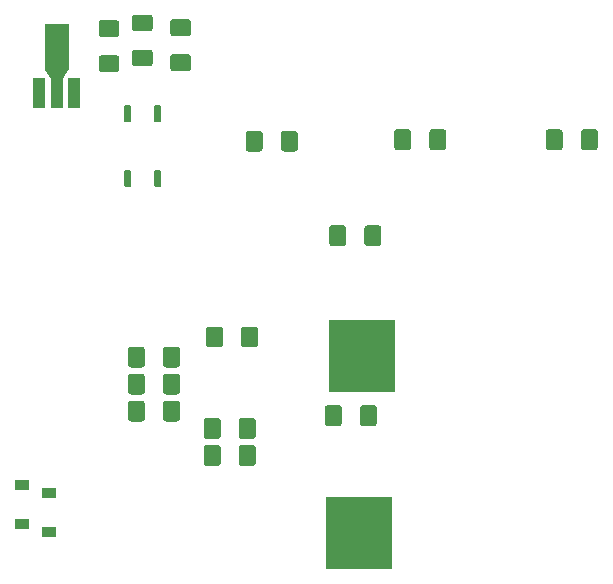
<source format=gbr>
G04 #@! TF.GenerationSoftware,KiCad,Pcbnew,(5.1.2)-2*
G04 #@! TF.CreationDate,2020-09-10T18:09:44+02:00*
G04 #@! TF.ProjectId,enclosure_helper,656e636c-6f73-4757-9265-5f68656c7065,rev?*
G04 #@! TF.SameCoordinates,Original*
G04 #@! TF.FileFunction,Paste,Bot*
G04 #@! TF.FilePolarity,Positive*
%FSLAX46Y46*%
G04 Gerber Fmt 4.6, Leading zero omitted, Abs format (unit mm)*
G04 Created by KiCad (PCBNEW (5.1.2)-2) date 2020-09-10 18:09:44*
%MOMM*%
%LPD*%
G04 APERTURE LIST*
%ADD10C,0.750000*%
%ADD11C,0.100000*%
%ADD12R,2.000000X4.000000*%
%ADD13R,1.000000X2.500000*%
%ADD14C,0.550000*%
%ADD15C,1.425000*%
%ADD16R,1.200000X0.900000*%
%ADD17R,5.700000X6.200000*%
G04 APERTURE END LIST*
D10*
X137883900Y-74917800D03*
D11*
G36*
X137383900Y-75292800D02*
G01*
X136883900Y-74542800D01*
X138883900Y-74542800D01*
X138383900Y-75292800D01*
X137383900Y-75292800D01*
X137383900Y-75292800D01*
G37*
D12*
X137883900Y-72567800D03*
D13*
X136383900Y-76527800D03*
X137883900Y-76527800D03*
X139383900Y-76527800D03*
D11*
G36*
X146581977Y-77526262D02*
G01*
X146595325Y-77528242D01*
X146608414Y-77531521D01*
X146621119Y-77536067D01*
X146633317Y-77541836D01*
X146644891Y-77548773D01*
X146655729Y-77556811D01*
X146665727Y-77565873D01*
X146674789Y-77575871D01*
X146682827Y-77586709D01*
X146689764Y-77598283D01*
X146695533Y-77610481D01*
X146700079Y-77623186D01*
X146703358Y-77636275D01*
X146705338Y-77649623D01*
X146706000Y-77663100D01*
X146706000Y-78838100D01*
X146705338Y-78851577D01*
X146703358Y-78864925D01*
X146700079Y-78878014D01*
X146695533Y-78890719D01*
X146689764Y-78902917D01*
X146682827Y-78914491D01*
X146674789Y-78925329D01*
X146665727Y-78935327D01*
X146655729Y-78944389D01*
X146644891Y-78952427D01*
X146633317Y-78959364D01*
X146621119Y-78965133D01*
X146608414Y-78969679D01*
X146595325Y-78972958D01*
X146581977Y-78974938D01*
X146568500Y-78975600D01*
X146293500Y-78975600D01*
X146280023Y-78974938D01*
X146266675Y-78972958D01*
X146253586Y-78969679D01*
X146240881Y-78965133D01*
X146228683Y-78959364D01*
X146217109Y-78952427D01*
X146206271Y-78944389D01*
X146196273Y-78935327D01*
X146187211Y-78925329D01*
X146179173Y-78914491D01*
X146172236Y-78902917D01*
X146166467Y-78890719D01*
X146161921Y-78878014D01*
X146158642Y-78864925D01*
X146156662Y-78851577D01*
X146156000Y-78838100D01*
X146156000Y-77663100D01*
X146156662Y-77649623D01*
X146158642Y-77636275D01*
X146161921Y-77623186D01*
X146166467Y-77610481D01*
X146172236Y-77598283D01*
X146179173Y-77586709D01*
X146187211Y-77575871D01*
X146196273Y-77565873D01*
X146206271Y-77556811D01*
X146217109Y-77548773D01*
X146228683Y-77541836D01*
X146240881Y-77536067D01*
X146253586Y-77531521D01*
X146266675Y-77528242D01*
X146280023Y-77526262D01*
X146293500Y-77525600D01*
X146568500Y-77525600D01*
X146581977Y-77526262D01*
X146581977Y-77526262D01*
G37*
D14*
X146431000Y-78250600D03*
D11*
G36*
X144041977Y-77526262D02*
G01*
X144055325Y-77528242D01*
X144068414Y-77531521D01*
X144081119Y-77536067D01*
X144093317Y-77541836D01*
X144104891Y-77548773D01*
X144115729Y-77556811D01*
X144125727Y-77565873D01*
X144134789Y-77575871D01*
X144142827Y-77586709D01*
X144149764Y-77598283D01*
X144155533Y-77610481D01*
X144160079Y-77623186D01*
X144163358Y-77636275D01*
X144165338Y-77649623D01*
X144166000Y-77663100D01*
X144166000Y-78838100D01*
X144165338Y-78851577D01*
X144163358Y-78864925D01*
X144160079Y-78878014D01*
X144155533Y-78890719D01*
X144149764Y-78902917D01*
X144142827Y-78914491D01*
X144134789Y-78925329D01*
X144125727Y-78935327D01*
X144115729Y-78944389D01*
X144104891Y-78952427D01*
X144093317Y-78959364D01*
X144081119Y-78965133D01*
X144068414Y-78969679D01*
X144055325Y-78972958D01*
X144041977Y-78974938D01*
X144028500Y-78975600D01*
X143753500Y-78975600D01*
X143740023Y-78974938D01*
X143726675Y-78972958D01*
X143713586Y-78969679D01*
X143700881Y-78965133D01*
X143688683Y-78959364D01*
X143677109Y-78952427D01*
X143666271Y-78944389D01*
X143656273Y-78935327D01*
X143647211Y-78925329D01*
X143639173Y-78914491D01*
X143632236Y-78902917D01*
X143626467Y-78890719D01*
X143621921Y-78878014D01*
X143618642Y-78864925D01*
X143616662Y-78851577D01*
X143616000Y-78838100D01*
X143616000Y-77663100D01*
X143616662Y-77649623D01*
X143618642Y-77636275D01*
X143621921Y-77623186D01*
X143626467Y-77610481D01*
X143632236Y-77598283D01*
X143639173Y-77586709D01*
X143647211Y-77575871D01*
X143656273Y-77565873D01*
X143666271Y-77556811D01*
X143677109Y-77548773D01*
X143688683Y-77541836D01*
X143700881Y-77536067D01*
X143713586Y-77531521D01*
X143726675Y-77528242D01*
X143740023Y-77526262D01*
X143753500Y-77525600D01*
X144028500Y-77525600D01*
X144041977Y-77526262D01*
X144041977Y-77526262D01*
G37*
D14*
X143891000Y-78250600D03*
D11*
G36*
X144041977Y-83026262D02*
G01*
X144055325Y-83028242D01*
X144068414Y-83031521D01*
X144081119Y-83036067D01*
X144093317Y-83041836D01*
X144104891Y-83048773D01*
X144115729Y-83056811D01*
X144125727Y-83065873D01*
X144134789Y-83075871D01*
X144142827Y-83086709D01*
X144149764Y-83098283D01*
X144155533Y-83110481D01*
X144160079Y-83123186D01*
X144163358Y-83136275D01*
X144165338Y-83149623D01*
X144166000Y-83163100D01*
X144166000Y-84338100D01*
X144165338Y-84351577D01*
X144163358Y-84364925D01*
X144160079Y-84378014D01*
X144155533Y-84390719D01*
X144149764Y-84402917D01*
X144142827Y-84414491D01*
X144134789Y-84425329D01*
X144125727Y-84435327D01*
X144115729Y-84444389D01*
X144104891Y-84452427D01*
X144093317Y-84459364D01*
X144081119Y-84465133D01*
X144068414Y-84469679D01*
X144055325Y-84472958D01*
X144041977Y-84474938D01*
X144028500Y-84475600D01*
X143753500Y-84475600D01*
X143740023Y-84474938D01*
X143726675Y-84472958D01*
X143713586Y-84469679D01*
X143700881Y-84465133D01*
X143688683Y-84459364D01*
X143677109Y-84452427D01*
X143666271Y-84444389D01*
X143656273Y-84435327D01*
X143647211Y-84425329D01*
X143639173Y-84414491D01*
X143632236Y-84402917D01*
X143626467Y-84390719D01*
X143621921Y-84378014D01*
X143618642Y-84364925D01*
X143616662Y-84351577D01*
X143616000Y-84338100D01*
X143616000Y-83163100D01*
X143616662Y-83149623D01*
X143618642Y-83136275D01*
X143621921Y-83123186D01*
X143626467Y-83110481D01*
X143632236Y-83098283D01*
X143639173Y-83086709D01*
X143647211Y-83075871D01*
X143656273Y-83065873D01*
X143666271Y-83056811D01*
X143677109Y-83048773D01*
X143688683Y-83041836D01*
X143700881Y-83036067D01*
X143713586Y-83031521D01*
X143726675Y-83028242D01*
X143740023Y-83026262D01*
X143753500Y-83025600D01*
X144028500Y-83025600D01*
X144041977Y-83026262D01*
X144041977Y-83026262D01*
G37*
D14*
X143891000Y-83750600D03*
D11*
G36*
X146581977Y-83026262D02*
G01*
X146595325Y-83028242D01*
X146608414Y-83031521D01*
X146621119Y-83036067D01*
X146633317Y-83041836D01*
X146644891Y-83048773D01*
X146655729Y-83056811D01*
X146665727Y-83065873D01*
X146674789Y-83075871D01*
X146682827Y-83086709D01*
X146689764Y-83098283D01*
X146695533Y-83110481D01*
X146700079Y-83123186D01*
X146703358Y-83136275D01*
X146705338Y-83149623D01*
X146706000Y-83163100D01*
X146706000Y-84338100D01*
X146705338Y-84351577D01*
X146703358Y-84364925D01*
X146700079Y-84378014D01*
X146695533Y-84390719D01*
X146689764Y-84402917D01*
X146682827Y-84414491D01*
X146674789Y-84425329D01*
X146665727Y-84435327D01*
X146655729Y-84444389D01*
X146644891Y-84452427D01*
X146633317Y-84459364D01*
X146621119Y-84465133D01*
X146608414Y-84469679D01*
X146595325Y-84472958D01*
X146581977Y-84474938D01*
X146568500Y-84475600D01*
X146293500Y-84475600D01*
X146280023Y-84474938D01*
X146266675Y-84472958D01*
X146253586Y-84469679D01*
X146240881Y-84465133D01*
X146228683Y-84459364D01*
X146217109Y-84452427D01*
X146206271Y-84444389D01*
X146196273Y-84435327D01*
X146187211Y-84425329D01*
X146179173Y-84414491D01*
X146172236Y-84402917D01*
X146166467Y-84390719D01*
X146161921Y-84378014D01*
X146158642Y-84364925D01*
X146156662Y-84351577D01*
X146156000Y-84338100D01*
X146156000Y-83163100D01*
X146156662Y-83149623D01*
X146158642Y-83136275D01*
X146161921Y-83123186D01*
X146166467Y-83110481D01*
X146172236Y-83098283D01*
X146179173Y-83086709D01*
X146187211Y-83075871D01*
X146196273Y-83065873D01*
X146206271Y-83056811D01*
X146217109Y-83048773D01*
X146228683Y-83041836D01*
X146240881Y-83036067D01*
X146253586Y-83031521D01*
X146266675Y-83028242D01*
X146280023Y-83026262D01*
X146293500Y-83025600D01*
X146568500Y-83025600D01*
X146581977Y-83026262D01*
X146581977Y-83026262D01*
G37*
D14*
X146431000Y-83750600D03*
D11*
G36*
X142965704Y-73307504D02*
G01*
X142989973Y-73311104D01*
X143013771Y-73317065D01*
X143036871Y-73325330D01*
X143059049Y-73335820D01*
X143080093Y-73348433D01*
X143099798Y-73363047D01*
X143117977Y-73379523D01*
X143134453Y-73397702D01*
X143149067Y-73417407D01*
X143161680Y-73438451D01*
X143172170Y-73460629D01*
X143180435Y-73483729D01*
X143186396Y-73507527D01*
X143189996Y-73531796D01*
X143191200Y-73556300D01*
X143191200Y-74481300D01*
X143189996Y-74505804D01*
X143186396Y-74530073D01*
X143180435Y-74553871D01*
X143172170Y-74576971D01*
X143161680Y-74599149D01*
X143149067Y-74620193D01*
X143134453Y-74639898D01*
X143117977Y-74658077D01*
X143099798Y-74674553D01*
X143080093Y-74689167D01*
X143059049Y-74701780D01*
X143036871Y-74712270D01*
X143013771Y-74720535D01*
X142989973Y-74726496D01*
X142965704Y-74730096D01*
X142941200Y-74731300D01*
X141691200Y-74731300D01*
X141666696Y-74730096D01*
X141642427Y-74726496D01*
X141618629Y-74720535D01*
X141595529Y-74712270D01*
X141573351Y-74701780D01*
X141552307Y-74689167D01*
X141532602Y-74674553D01*
X141514423Y-74658077D01*
X141497947Y-74639898D01*
X141483333Y-74620193D01*
X141470720Y-74599149D01*
X141460230Y-74576971D01*
X141451965Y-74553871D01*
X141446004Y-74530073D01*
X141442404Y-74505804D01*
X141441200Y-74481300D01*
X141441200Y-73556300D01*
X141442404Y-73531796D01*
X141446004Y-73507527D01*
X141451965Y-73483729D01*
X141460230Y-73460629D01*
X141470720Y-73438451D01*
X141483333Y-73417407D01*
X141497947Y-73397702D01*
X141514423Y-73379523D01*
X141532602Y-73363047D01*
X141552307Y-73348433D01*
X141573351Y-73335820D01*
X141595529Y-73325330D01*
X141618629Y-73317065D01*
X141642427Y-73311104D01*
X141666696Y-73307504D01*
X141691200Y-73306300D01*
X142941200Y-73306300D01*
X142965704Y-73307504D01*
X142965704Y-73307504D01*
G37*
D15*
X142316200Y-74018800D03*
D11*
G36*
X142965704Y-70332504D02*
G01*
X142989973Y-70336104D01*
X143013771Y-70342065D01*
X143036871Y-70350330D01*
X143059049Y-70360820D01*
X143080093Y-70373433D01*
X143099798Y-70388047D01*
X143117977Y-70404523D01*
X143134453Y-70422702D01*
X143149067Y-70442407D01*
X143161680Y-70463451D01*
X143172170Y-70485629D01*
X143180435Y-70508729D01*
X143186396Y-70532527D01*
X143189996Y-70556796D01*
X143191200Y-70581300D01*
X143191200Y-71506300D01*
X143189996Y-71530804D01*
X143186396Y-71555073D01*
X143180435Y-71578871D01*
X143172170Y-71601971D01*
X143161680Y-71624149D01*
X143149067Y-71645193D01*
X143134453Y-71664898D01*
X143117977Y-71683077D01*
X143099798Y-71699553D01*
X143080093Y-71714167D01*
X143059049Y-71726780D01*
X143036871Y-71737270D01*
X143013771Y-71745535D01*
X142989973Y-71751496D01*
X142965704Y-71755096D01*
X142941200Y-71756300D01*
X141691200Y-71756300D01*
X141666696Y-71755096D01*
X141642427Y-71751496D01*
X141618629Y-71745535D01*
X141595529Y-71737270D01*
X141573351Y-71726780D01*
X141552307Y-71714167D01*
X141532602Y-71699553D01*
X141514423Y-71683077D01*
X141497947Y-71664898D01*
X141483333Y-71645193D01*
X141470720Y-71624149D01*
X141460230Y-71601971D01*
X141451965Y-71578871D01*
X141446004Y-71555073D01*
X141442404Y-71530804D01*
X141441200Y-71506300D01*
X141441200Y-70581300D01*
X141442404Y-70556796D01*
X141446004Y-70532527D01*
X141451965Y-70508729D01*
X141460230Y-70485629D01*
X141470720Y-70463451D01*
X141483333Y-70442407D01*
X141497947Y-70422702D01*
X141514423Y-70404523D01*
X141532602Y-70388047D01*
X141552307Y-70373433D01*
X141573351Y-70360820D01*
X141595529Y-70350330D01*
X141618629Y-70342065D01*
X141642427Y-70336104D01*
X141666696Y-70332504D01*
X141691200Y-70331300D01*
X142941200Y-70331300D01*
X142965704Y-70332504D01*
X142965704Y-70332504D01*
G37*
D15*
X142316200Y-71043800D03*
D11*
G36*
X145785104Y-69846704D02*
G01*
X145809373Y-69850304D01*
X145833171Y-69856265D01*
X145856271Y-69864530D01*
X145878449Y-69875020D01*
X145899493Y-69887633D01*
X145919198Y-69902247D01*
X145937377Y-69918723D01*
X145953853Y-69936902D01*
X145968467Y-69956607D01*
X145981080Y-69977651D01*
X145991570Y-69999829D01*
X145999835Y-70022929D01*
X146005796Y-70046727D01*
X146009396Y-70070996D01*
X146010600Y-70095500D01*
X146010600Y-71020500D01*
X146009396Y-71045004D01*
X146005796Y-71069273D01*
X145999835Y-71093071D01*
X145991570Y-71116171D01*
X145981080Y-71138349D01*
X145968467Y-71159393D01*
X145953853Y-71179098D01*
X145937377Y-71197277D01*
X145919198Y-71213753D01*
X145899493Y-71228367D01*
X145878449Y-71240980D01*
X145856271Y-71251470D01*
X145833171Y-71259735D01*
X145809373Y-71265696D01*
X145785104Y-71269296D01*
X145760600Y-71270500D01*
X144510600Y-71270500D01*
X144486096Y-71269296D01*
X144461827Y-71265696D01*
X144438029Y-71259735D01*
X144414929Y-71251470D01*
X144392751Y-71240980D01*
X144371707Y-71228367D01*
X144352002Y-71213753D01*
X144333823Y-71197277D01*
X144317347Y-71179098D01*
X144302733Y-71159393D01*
X144290120Y-71138349D01*
X144279630Y-71116171D01*
X144271365Y-71093071D01*
X144265404Y-71069273D01*
X144261804Y-71045004D01*
X144260600Y-71020500D01*
X144260600Y-70095500D01*
X144261804Y-70070996D01*
X144265404Y-70046727D01*
X144271365Y-70022929D01*
X144279630Y-69999829D01*
X144290120Y-69977651D01*
X144302733Y-69956607D01*
X144317347Y-69936902D01*
X144333823Y-69918723D01*
X144352002Y-69902247D01*
X144371707Y-69887633D01*
X144392751Y-69875020D01*
X144414929Y-69864530D01*
X144438029Y-69856265D01*
X144461827Y-69850304D01*
X144486096Y-69846704D01*
X144510600Y-69845500D01*
X145760600Y-69845500D01*
X145785104Y-69846704D01*
X145785104Y-69846704D01*
G37*
D15*
X145135600Y-70558000D03*
D11*
G36*
X145785104Y-72821704D02*
G01*
X145809373Y-72825304D01*
X145833171Y-72831265D01*
X145856271Y-72839530D01*
X145878449Y-72850020D01*
X145899493Y-72862633D01*
X145919198Y-72877247D01*
X145937377Y-72893723D01*
X145953853Y-72911902D01*
X145968467Y-72931607D01*
X145981080Y-72952651D01*
X145991570Y-72974829D01*
X145999835Y-72997929D01*
X146005796Y-73021727D01*
X146009396Y-73045996D01*
X146010600Y-73070500D01*
X146010600Y-73995500D01*
X146009396Y-74020004D01*
X146005796Y-74044273D01*
X145999835Y-74068071D01*
X145991570Y-74091171D01*
X145981080Y-74113349D01*
X145968467Y-74134393D01*
X145953853Y-74154098D01*
X145937377Y-74172277D01*
X145919198Y-74188753D01*
X145899493Y-74203367D01*
X145878449Y-74215980D01*
X145856271Y-74226470D01*
X145833171Y-74234735D01*
X145809373Y-74240696D01*
X145785104Y-74244296D01*
X145760600Y-74245500D01*
X144510600Y-74245500D01*
X144486096Y-74244296D01*
X144461827Y-74240696D01*
X144438029Y-74234735D01*
X144414929Y-74226470D01*
X144392751Y-74215980D01*
X144371707Y-74203367D01*
X144352002Y-74188753D01*
X144333823Y-74172277D01*
X144317347Y-74154098D01*
X144302733Y-74134393D01*
X144290120Y-74113349D01*
X144279630Y-74091171D01*
X144271365Y-74068071D01*
X144265404Y-74044273D01*
X144261804Y-74020004D01*
X144260600Y-73995500D01*
X144260600Y-73070500D01*
X144261804Y-73045996D01*
X144265404Y-73021727D01*
X144271365Y-72997929D01*
X144279630Y-72974829D01*
X144290120Y-72952651D01*
X144302733Y-72931607D01*
X144317347Y-72911902D01*
X144333823Y-72893723D01*
X144352002Y-72877247D01*
X144371707Y-72862633D01*
X144392751Y-72850020D01*
X144414929Y-72839530D01*
X144438029Y-72831265D01*
X144461827Y-72825304D01*
X144486096Y-72821704D01*
X144510600Y-72820500D01*
X145760600Y-72820500D01*
X145785104Y-72821704D01*
X145785104Y-72821704D01*
G37*
D15*
X145135600Y-73533000D03*
D16*
X137248900Y-113690400D03*
X137248900Y-110390400D03*
X134924800Y-112966500D03*
X134924800Y-109666500D03*
D17*
X163715700Y-98729800D03*
X163465700Y-113783133D03*
D11*
G36*
X151729704Y-96268504D02*
G01*
X151753973Y-96272104D01*
X151777771Y-96278065D01*
X151800871Y-96286330D01*
X151823049Y-96296820D01*
X151844093Y-96309433D01*
X151863798Y-96324047D01*
X151881977Y-96340523D01*
X151898453Y-96358702D01*
X151913067Y-96378407D01*
X151925680Y-96399451D01*
X151936170Y-96421629D01*
X151944435Y-96444729D01*
X151950396Y-96468527D01*
X151953996Y-96492796D01*
X151955200Y-96517300D01*
X151955200Y-97767300D01*
X151953996Y-97791804D01*
X151950396Y-97816073D01*
X151944435Y-97839871D01*
X151936170Y-97862971D01*
X151925680Y-97885149D01*
X151913067Y-97906193D01*
X151898453Y-97925898D01*
X151881977Y-97944077D01*
X151863798Y-97960553D01*
X151844093Y-97975167D01*
X151823049Y-97987780D01*
X151800871Y-97998270D01*
X151777771Y-98006535D01*
X151753973Y-98012496D01*
X151729704Y-98016096D01*
X151705200Y-98017300D01*
X150780200Y-98017300D01*
X150755696Y-98016096D01*
X150731427Y-98012496D01*
X150707629Y-98006535D01*
X150684529Y-97998270D01*
X150662351Y-97987780D01*
X150641307Y-97975167D01*
X150621602Y-97960553D01*
X150603423Y-97944077D01*
X150586947Y-97925898D01*
X150572333Y-97906193D01*
X150559720Y-97885149D01*
X150549230Y-97862971D01*
X150540965Y-97839871D01*
X150535004Y-97816073D01*
X150531404Y-97791804D01*
X150530200Y-97767300D01*
X150530200Y-96517300D01*
X150531404Y-96492796D01*
X150535004Y-96468527D01*
X150540965Y-96444729D01*
X150549230Y-96421629D01*
X150559720Y-96399451D01*
X150572333Y-96378407D01*
X150586947Y-96358702D01*
X150603423Y-96340523D01*
X150621602Y-96324047D01*
X150641307Y-96309433D01*
X150662351Y-96296820D01*
X150684529Y-96286330D01*
X150707629Y-96278065D01*
X150731427Y-96272104D01*
X150755696Y-96268504D01*
X150780200Y-96267300D01*
X151705200Y-96267300D01*
X151729704Y-96268504D01*
X151729704Y-96268504D01*
G37*
D15*
X151242700Y-97142300D03*
D11*
G36*
X154704704Y-96268504D02*
G01*
X154728973Y-96272104D01*
X154752771Y-96278065D01*
X154775871Y-96286330D01*
X154798049Y-96296820D01*
X154819093Y-96309433D01*
X154838798Y-96324047D01*
X154856977Y-96340523D01*
X154873453Y-96358702D01*
X154888067Y-96378407D01*
X154900680Y-96399451D01*
X154911170Y-96421629D01*
X154919435Y-96444729D01*
X154925396Y-96468527D01*
X154928996Y-96492796D01*
X154930200Y-96517300D01*
X154930200Y-97767300D01*
X154928996Y-97791804D01*
X154925396Y-97816073D01*
X154919435Y-97839871D01*
X154911170Y-97862971D01*
X154900680Y-97885149D01*
X154888067Y-97906193D01*
X154873453Y-97925898D01*
X154856977Y-97944077D01*
X154838798Y-97960553D01*
X154819093Y-97975167D01*
X154798049Y-97987780D01*
X154775871Y-97998270D01*
X154752771Y-98006535D01*
X154728973Y-98012496D01*
X154704704Y-98016096D01*
X154680200Y-98017300D01*
X153755200Y-98017300D01*
X153730696Y-98016096D01*
X153706427Y-98012496D01*
X153682629Y-98006535D01*
X153659529Y-97998270D01*
X153637351Y-97987780D01*
X153616307Y-97975167D01*
X153596602Y-97960553D01*
X153578423Y-97944077D01*
X153561947Y-97925898D01*
X153547333Y-97906193D01*
X153534720Y-97885149D01*
X153524230Y-97862971D01*
X153515965Y-97839871D01*
X153510004Y-97816073D01*
X153506404Y-97791804D01*
X153505200Y-97767300D01*
X153505200Y-96517300D01*
X153506404Y-96492796D01*
X153510004Y-96468527D01*
X153515965Y-96444729D01*
X153524230Y-96421629D01*
X153534720Y-96399451D01*
X153547333Y-96378407D01*
X153561947Y-96358702D01*
X153578423Y-96340523D01*
X153596602Y-96324047D01*
X153616307Y-96309433D01*
X153637351Y-96296820D01*
X153659529Y-96286330D01*
X153682629Y-96278065D01*
X153706427Y-96272104D01*
X153730696Y-96268504D01*
X153755200Y-96267300D01*
X154680200Y-96267300D01*
X154704704Y-96268504D01*
X154704704Y-96268504D01*
G37*
D15*
X154217700Y-97142300D03*
D11*
G36*
X165145704Y-87696004D02*
G01*
X165169973Y-87699604D01*
X165193771Y-87705565D01*
X165216871Y-87713830D01*
X165239049Y-87724320D01*
X165260093Y-87736933D01*
X165279798Y-87751547D01*
X165297977Y-87768023D01*
X165314453Y-87786202D01*
X165329067Y-87805907D01*
X165341680Y-87826951D01*
X165352170Y-87849129D01*
X165360435Y-87872229D01*
X165366396Y-87896027D01*
X165369996Y-87920296D01*
X165371200Y-87944800D01*
X165371200Y-89194800D01*
X165369996Y-89219304D01*
X165366396Y-89243573D01*
X165360435Y-89267371D01*
X165352170Y-89290471D01*
X165341680Y-89312649D01*
X165329067Y-89333693D01*
X165314453Y-89353398D01*
X165297977Y-89371577D01*
X165279798Y-89388053D01*
X165260093Y-89402667D01*
X165239049Y-89415280D01*
X165216871Y-89425770D01*
X165193771Y-89434035D01*
X165169973Y-89439996D01*
X165145704Y-89443596D01*
X165121200Y-89444800D01*
X164196200Y-89444800D01*
X164171696Y-89443596D01*
X164147427Y-89439996D01*
X164123629Y-89434035D01*
X164100529Y-89425770D01*
X164078351Y-89415280D01*
X164057307Y-89402667D01*
X164037602Y-89388053D01*
X164019423Y-89371577D01*
X164002947Y-89353398D01*
X163988333Y-89333693D01*
X163975720Y-89312649D01*
X163965230Y-89290471D01*
X163956965Y-89267371D01*
X163951004Y-89243573D01*
X163947404Y-89219304D01*
X163946200Y-89194800D01*
X163946200Y-87944800D01*
X163947404Y-87920296D01*
X163951004Y-87896027D01*
X163956965Y-87872229D01*
X163965230Y-87849129D01*
X163975720Y-87826951D01*
X163988333Y-87805907D01*
X164002947Y-87786202D01*
X164019423Y-87768023D01*
X164037602Y-87751547D01*
X164057307Y-87736933D01*
X164078351Y-87724320D01*
X164100529Y-87713830D01*
X164123629Y-87705565D01*
X164147427Y-87699604D01*
X164171696Y-87696004D01*
X164196200Y-87694800D01*
X165121200Y-87694800D01*
X165145704Y-87696004D01*
X165145704Y-87696004D01*
G37*
D15*
X164658700Y-88569800D03*
D11*
G36*
X162170704Y-87696004D02*
G01*
X162194973Y-87699604D01*
X162218771Y-87705565D01*
X162241871Y-87713830D01*
X162264049Y-87724320D01*
X162285093Y-87736933D01*
X162304798Y-87751547D01*
X162322977Y-87768023D01*
X162339453Y-87786202D01*
X162354067Y-87805907D01*
X162366680Y-87826951D01*
X162377170Y-87849129D01*
X162385435Y-87872229D01*
X162391396Y-87896027D01*
X162394996Y-87920296D01*
X162396200Y-87944800D01*
X162396200Y-89194800D01*
X162394996Y-89219304D01*
X162391396Y-89243573D01*
X162385435Y-89267371D01*
X162377170Y-89290471D01*
X162366680Y-89312649D01*
X162354067Y-89333693D01*
X162339453Y-89353398D01*
X162322977Y-89371577D01*
X162304798Y-89388053D01*
X162285093Y-89402667D01*
X162264049Y-89415280D01*
X162241871Y-89425770D01*
X162218771Y-89434035D01*
X162194973Y-89439996D01*
X162170704Y-89443596D01*
X162146200Y-89444800D01*
X161221200Y-89444800D01*
X161196696Y-89443596D01*
X161172427Y-89439996D01*
X161148629Y-89434035D01*
X161125529Y-89425770D01*
X161103351Y-89415280D01*
X161082307Y-89402667D01*
X161062602Y-89388053D01*
X161044423Y-89371577D01*
X161027947Y-89353398D01*
X161013333Y-89333693D01*
X161000720Y-89312649D01*
X160990230Y-89290471D01*
X160981965Y-89267371D01*
X160976004Y-89243573D01*
X160972404Y-89219304D01*
X160971200Y-89194800D01*
X160971200Y-87944800D01*
X160972404Y-87920296D01*
X160976004Y-87896027D01*
X160981965Y-87872229D01*
X160990230Y-87849129D01*
X161000720Y-87826951D01*
X161013333Y-87805907D01*
X161027947Y-87786202D01*
X161044423Y-87768023D01*
X161062602Y-87751547D01*
X161082307Y-87736933D01*
X161103351Y-87724320D01*
X161125529Y-87713830D01*
X161148629Y-87705565D01*
X161172427Y-87699604D01*
X161196696Y-87696004D01*
X161221200Y-87694800D01*
X162146200Y-87694800D01*
X162170704Y-87696004D01*
X162170704Y-87696004D01*
G37*
D15*
X161683700Y-88569800D03*
D11*
G36*
X167668204Y-79568004D02*
G01*
X167692473Y-79571604D01*
X167716271Y-79577565D01*
X167739371Y-79585830D01*
X167761549Y-79596320D01*
X167782593Y-79608933D01*
X167802298Y-79623547D01*
X167820477Y-79640023D01*
X167836953Y-79658202D01*
X167851567Y-79677907D01*
X167864180Y-79698951D01*
X167874670Y-79721129D01*
X167882935Y-79744229D01*
X167888896Y-79768027D01*
X167892496Y-79792296D01*
X167893700Y-79816800D01*
X167893700Y-81066800D01*
X167892496Y-81091304D01*
X167888896Y-81115573D01*
X167882935Y-81139371D01*
X167874670Y-81162471D01*
X167864180Y-81184649D01*
X167851567Y-81205693D01*
X167836953Y-81225398D01*
X167820477Y-81243577D01*
X167802298Y-81260053D01*
X167782593Y-81274667D01*
X167761549Y-81287280D01*
X167739371Y-81297770D01*
X167716271Y-81306035D01*
X167692473Y-81311996D01*
X167668204Y-81315596D01*
X167643700Y-81316800D01*
X166718700Y-81316800D01*
X166694196Y-81315596D01*
X166669927Y-81311996D01*
X166646129Y-81306035D01*
X166623029Y-81297770D01*
X166600851Y-81287280D01*
X166579807Y-81274667D01*
X166560102Y-81260053D01*
X166541923Y-81243577D01*
X166525447Y-81225398D01*
X166510833Y-81205693D01*
X166498220Y-81184649D01*
X166487730Y-81162471D01*
X166479465Y-81139371D01*
X166473504Y-81115573D01*
X166469904Y-81091304D01*
X166468700Y-81066800D01*
X166468700Y-79816800D01*
X166469904Y-79792296D01*
X166473504Y-79768027D01*
X166479465Y-79744229D01*
X166487730Y-79721129D01*
X166498220Y-79698951D01*
X166510833Y-79677907D01*
X166525447Y-79658202D01*
X166541923Y-79640023D01*
X166560102Y-79623547D01*
X166579807Y-79608933D01*
X166600851Y-79596320D01*
X166623029Y-79585830D01*
X166646129Y-79577565D01*
X166669927Y-79571604D01*
X166694196Y-79568004D01*
X166718700Y-79566800D01*
X167643700Y-79566800D01*
X167668204Y-79568004D01*
X167668204Y-79568004D01*
G37*
D15*
X167181200Y-80441800D03*
D11*
G36*
X170643204Y-79568004D02*
G01*
X170667473Y-79571604D01*
X170691271Y-79577565D01*
X170714371Y-79585830D01*
X170736549Y-79596320D01*
X170757593Y-79608933D01*
X170777298Y-79623547D01*
X170795477Y-79640023D01*
X170811953Y-79658202D01*
X170826567Y-79677907D01*
X170839180Y-79698951D01*
X170849670Y-79721129D01*
X170857935Y-79744229D01*
X170863896Y-79768027D01*
X170867496Y-79792296D01*
X170868700Y-79816800D01*
X170868700Y-81066800D01*
X170867496Y-81091304D01*
X170863896Y-81115573D01*
X170857935Y-81139371D01*
X170849670Y-81162471D01*
X170839180Y-81184649D01*
X170826567Y-81205693D01*
X170811953Y-81225398D01*
X170795477Y-81243577D01*
X170777298Y-81260053D01*
X170757593Y-81274667D01*
X170736549Y-81287280D01*
X170714371Y-81297770D01*
X170691271Y-81306035D01*
X170667473Y-81311996D01*
X170643204Y-81315596D01*
X170618700Y-81316800D01*
X169693700Y-81316800D01*
X169669196Y-81315596D01*
X169644927Y-81311996D01*
X169621129Y-81306035D01*
X169598029Y-81297770D01*
X169575851Y-81287280D01*
X169554807Y-81274667D01*
X169535102Y-81260053D01*
X169516923Y-81243577D01*
X169500447Y-81225398D01*
X169485833Y-81205693D01*
X169473220Y-81184649D01*
X169462730Y-81162471D01*
X169454465Y-81139371D01*
X169448504Y-81115573D01*
X169444904Y-81091304D01*
X169443700Y-81066800D01*
X169443700Y-79816800D01*
X169444904Y-79792296D01*
X169448504Y-79768027D01*
X169454465Y-79744229D01*
X169462730Y-79721129D01*
X169473220Y-79698951D01*
X169485833Y-79677907D01*
X169500447Y-79658202D01*
X169516923Y-79640023D01*
X169535102Y-79623547D01*
X169554807Y-79608933D01*
X169575851Y-79596320D01*
X169598029Y-79585830D01*
X169621129Y-79577565D01*
X169644927Y-79571604D01*
X169669196Y-79568004D01*
X169693700Y-79566800D01*
X170618700Y-79566800D01*
X170643204Y-79568004D01*
X170643204Y-79568004D01*
G37*
D15*
X170156200Y-80441800D03*
D11*
G36*
X180495204Y-79568004D02*
G01*
X180519473Y-79571604D01*
X180543271Y-79577565D01*
X180566371Y-79585830D01*
X180588549Y-79596320D01*
X180609593Y-79608933D01*
X180629298Y-79623547D01*
X180647477Y-79640023D01*
X180663953Y-79658202D01*
X180678567Y-79677907D01*
X180691180Y-79698951D01*
X180701670Y-79721129D01*
X180709935Y-79744229D01*
X180715896Y-79768027D01*
X180719496Y-79792296D01*
X180720700Y-79816800D01*
X180720700Y-81066800D01*
X180719496Y-81091304D01*
X180715896Y-81115573D01*
X180709935Y-81139371D01*
X180701670Y-81162471D01*
X180691180Y-81184649D01*
X180678567Y-81205693D01*
X180663953Y-81225398D01*
X180647477Y-81243577D01*
X180629298Y-81260053D01*
X180609593Y-81274667D01*
X180588549Y-81287280D01*
X180566371Y-81297770D01*
X180543271Y-81306035D01*
X180519473Y-81311996D01*
X180495204Y-81315596D01*
X180470700Y-81316800D01*
X179545700Y-81316800D01*
X179521196Y-81315596D01*
X179496927Y-81311996D01*
X179473129Y-81306035D01*
X179450029Y-81297770D01*
X179427851Y-81287280D01*
X179406807Y-81274667D01*
X179387102Y-81260053D01*
X179368923Y-81243577D01*
X179352447Y-81225398D01*
X179337833Y-81205693D01*
X179325220Y-81184649D01*
X179314730Y-81162471D01*
X179306465Y-81139371D01*
X179300504Y-81115573D01*
X179296904Y-81091304D01*
X179295700Y-81066800D01*
X179295700Y-79816800D01*
X179296904Y-79792296D01*
X179300504Y-79768027D01*
X179306465Y-79744229D01*
X179314730Y-79721129D01*
X179325220Y-79698951D01*
X179337833Y-79677907D01*
X179352447Y-79658202D01*
X179368923Y-79640023D01*
X179387102Y-79623547D01*
X179406807Y-79608933D01*
X179427851Y-79596320D01*
X179450029Y-79585830D01*
X179473129Y-79577565D01*
X179496927Y-79571604D01*
X179521196Y-79568004D01*
X179545700Y-79566800D01*
X180470700Y-79566800D01*
X180495204Y-79568004D01*
X180495204Y-79568004D01*
G37*
D15*
X180008200Y-80441800D03*
D11*
G36*
X183470204Y-79568004D02*
G01*
X183494473Y-79571604D01*
X183518271Y-79577565D01*
X183541371Y-79585830D01*
X183563549Y-79596320D01*
X183584593Y-79608933D01*
X183604298Y-79623547D01*
X183622477Y-79640023D01*
X183638953Y-79658202D01*
X183653567Y-79677907D01*
X183666180Y-79698951D01*
X183676670Y-79721129D01*
X183684935Y-79744229D01*
X183690896Y-79768027D01*
X183694496Y-79792296D01*
X183695700Y-79816800D01*
X183695700Y-81066800D01*
X183694496Y-81091304D01*
X183690896Y-81115573D01*
X183684935Y-81139371D01*
X183676670Y-81162471D01*
X183666180Y-81184649D01*
X183653567Y-81205693D01*
X183638953Y-81225398D01*
X183622477Y-81243577D01*
X183604298Y-81260053D01*
X183584593Y-81274667D01*
X183563549Y-81287280D01*
X183541371Y-81297770D01*
X183518271Y-81306035D01*
X183494473Y-81311996D01*
X183470204Y-81315596D01*
X183445700Y-81316800D01*
X182520700Y-81316800D01*
X182496196Y-81315596D01*
X182471927Y-81311996D01*
X182448129Y-81306035D01*
X182425029Y-81297770D01*
X182402851Y-81287280D01*
X182381807Y-81274667D01*
X182362102Y-81260053D01*
X182343923Y-81243577D01*
X182327447Y-81225398D01*
X182312833Y-81205693D01*
X182300220Y-81184649D01*
X182289730Y-81162471D01*
X182281465Y-81139371D01*
X182275504Y-81115573D01*
X182271904Y-81091304D01*
X182270700Y-81066800D01*
X182270700Y-79816800D01*
X182271904Y-79792296D01*
X182275504Y-79768027D01*
X182281465Y-79744229D01*
X182289730Y-79721129D01*
X182300220Y-79698951D01*
X182312833Y-79677907D01*
X182327447Y-79658202D01*
X182343923Y-79640023D01*
X182362102Y-79623547D01*
X182381807Y-79608933D01*
X182402851Y-79596320D01*
X182425029Y-79585830D01*
X182448129Y-79577565D01*
X182471927Y-79571604D01*
X182496196Y-79568004D01*
X182520700Y-79566800D01*
X183445700Y-79566800D01*
X183470204Y-79568004D01*
X183470204Y-79568004D01*
G37*
D15*
X182983200Y-80441800D03*
D11*
G36*
X164764704Y-102936004D02*
G01*
X164788973Y-102939604D01*
X164812771Y-102945565D01*
X164835871Y-102953830D01*
X164858049Y-102964320D01*
X164879093Y-102976933D01*
X164898798Y-102991547D01*
X164916977Y-103008023D01*
X164933453Y-103026202D01*
X164948067Y-103045907D01*
X164960680Y-103066951D01*
X164971170Y-103089129D01*
X164979435Y-103112229D01*
X164985396Y-103136027D01*
X164988996Y-103160296D01*
X164990200Y-103184800D01*
X164990200Y-104434800D01*
X164988996Y-104459304D01*
X164985396Y-104483573D01*
X164979435Y-104507371D01*
X164971170Y-104530471D01*
X164960680Y-104552649D01*
X164948067Y-104573693D01*
X164933453Y-104593398D01*
X164916977Y-104611577D01*
X164898798Y-104628053D01*
X164879093Y-104642667D01*
X164858049Y-104655280D01*
X164835871Y-104665770D01*
X164812771Y-104674035D01*
X164788973Y-104679996D01*
X164764704Y-104683596D01*
X164740200Y-104684800D01*
X163815200Y-104684800D01*
X163790696Y-104683596D01*
X163766427Y-104679996D01*
X163742629Y-104674035D01*
X163719529Y-104665770D01*
X163697351Y-104655280D01*
X163676307Y-104642667D01*
X163656602Y-104628053D01*
X163638423Y-104611577D01*
X163621947Y-104593398D01*
X163607333Y-104573693D01*
X163594720Y-104552649D01*
X163584230Y-104530471D01*
X163575965Y-104507371D01*
X163570004Y-104483573D01*
X163566404Y-104459304D01*
X163565200Y-104434800D01*
X163565200Y-103184800D01*
X163566404Y-103160296D01*
X163570004Y-103136027D01*
X163575965Y-103112229D01*
X163584230Y-103089129D01*
X163594720Y-103066951D01*
X163607333Y-103045907D01*
X163621947Y-103026202D01*
X163638423Y-103008023D01*
X163656602Y-102991547D01*
X163676307Y-102976933D01*
X163697351Y-102964320D01*
X163719529Y-102953830D01*
X163742629Y-102945565D01*
X163766427Y-102939604D01*
X163790696Y-102936004D01*
X163815200Y-102934800D01*
X164740200Y-102934800D01*
X164764704Y-102936004D01*
X164764704Y-102936004D01*
G37*
D15*
X164277700Y-103809800D03*
D11*
G36*
X161789704Y-102936004D02*
G01*
X161813973Y-102939604D01*
X161837771Y-102945565D01*
X161860871Y-102953830D01*
X161883049Y-102964320D01*
X161904093Y-102976933D01*
X161923798Y-102991547D01*
X161941977Y-103008023D01*
X161958453Y-103026202D01*
X161973067Y-103045907D01*
X161985680Y-103066951D01*
X161996170Y-103089129D01*
X162004435Y-103112229D01*
X162010396Y-103136027D01*
X162013996Y-103160296D01*
X162015200Y-103184800D01*
X162015200Y-104434800D01*
X162013996Y-104459304D01*
X162010396Y-104483573D01*
X162004435Y-104507371D01*
X161996170Y-104530471D01*
X161985680Y-104552649D01*
X161973067Y-104573693D01*
X161958453Y-104593398D01*
X161941977Y-104611577D01*
X161923798Y-104628053D01*
X161904093Y-104642667D01*
X161883049Y-104655280D01*
X161860871Y-104665770D01*
X161837771Y-104674035D01*
X161813973Y-104679996D01*
X161789704Y-104683596D01*
X161765200Y-104684800D01*
X160840200Y-104684800D01*
X160815696Y-104683596D01*
X160791427Y-104679996D01*
X160767629Y-104674035D01*
X160744529Y-104665770D01*
X160722351Y-104655280D01*
X160701307Y-104642667D01*
X160681602Y-104628053D01*
X160663423Y-104611577D01*
X160646947Y-104593398D01*
X160632333Y-104573693D01*
X160619720Y-104552649D01*
X160609230Y-104530471D01*
X160600965Y-104507371D01*
X160595004Y-104483573D01*
X160591404Y-104459304D01*
X160590200Y-104434800D01*
X160590200Y-103184800D01*
X160591404Y-103160296D01*
X160595004Y-103136027D01*
X160600965Y-103112229D01*
X160609230Y-103089129D01*
X160619720Y-103066951D01*
X160632333Y-103045907D01*
X160646947Y-103026202D01*
X160663423Y-103008023D01*
X160681602Y-102991547D01*
X160701307Y-102976933D01*
X160722351Y-102964320D01*
X160744529Y-102953830D01*
X160767629Y-102945565D01*
X160791427Y-102939604D01*
X160815696Y-102936004D01*
X160840200Y-102934800D01*
X161765200Y-102934800D01*
X161789704Y-102936004D01*
X161789704Y-102936004D01*
G37*
D15*
X161302700Y-103809800D03*
D11*
G36*
X155095204Y-79695004D02*
G01*
X155119473Y-79698604D01*
X155143271Y-79704565D01*
X155166371Y-79712830D01*
X155188549Y-79723320D01*
X155209593Y-79735933D01*
X155229298Y-79750547D01*
X155247477Y-79767023D01*
X155263953Y-79785202D01*
X155278567Y-79804907D01*
X155291180Y-79825951D01*
X155301670Y-79848129D01*
X155309935Y-79871229D01*
X155315896Y-79895027D01*
X155319496Y-79919296D01*
X155320700Y-79943800D01*
X155320700Y-81193800D01*
X155319496Y-81218304D01*
X155315896Y-81242573D01*
X155309935Y-81266371D01*
X155301670Y-81289471D01*
X155291180Y-81311649D01*
X155278567Y-81332693D01*
X155263953Y-81352398D01*
X155247477Y-81370577D01*
X155229298Y-81387053D01*
X155209593Y-81401667D01*
X155188549Y-81414280D01*
X155166371Y-81424770D01*
X155143271Y-81433035D01*
X155119473Y-81438996D01*
X155095204Y-81442596D01*
X155070700Y-81443800D01*
X154145700Y-81443800D01*
X154121196Y-81442596D01*
X154096927Y-81438996D01*
X154073129Y-81433035D01*
X154050029Y-81424770D01*
X154027851Y-81414280D01*
X154006807Y-81401667D01*
X153987102Y-81387053D01*
X153968923Y-81370577D01*
X153952447Y-81352398D01*
X153937833Y-81332693D01*
X153925220Y-81311649D01*
X153914730Y-81289471D01*
X153906465Y-81266371D01*
X153900504Y-81242573D01*
X153896904Y-81218304D01*
X153895700Y-81193800D01*
X153895700Y-79943800D01*
X153896904Y-79919296D01*
X153900504Y-79895027D01*
X153906465Y-79871229D01*
X153914730Y-79848129D01*
X153925220Y-79825951D01*
X153937833Y-79804907D01*
X153952447Y-79785202D01*
X153968923Y-79767023D01*
X153987102Y-79750547D01*
X154006807Y-79735933D01*
X154027851Y-79723320D01*
X154050029Y-79712830D01*
X154073129Y-79704565D01*
X154096927Y-79698604D01*
X154121196Y-79695004D01*
X154145700Y-79693800D01*
X155070700Y-79693800D01*
X155095204Y-79695004D01*
X155095204Y-79695004D01*
G37*
D15*
X154608200Y-80568800D03*
D11*
G36*
X158070204Y-79695004D02*
G01*
X158094473Y-79698604D01*
X158118271Y-79704565D01*
X158141371Y-79712830D01*
X158163549Y-79723320D01*
X158184593Y-79735933D01*
X158204298Y-79750547D01*
X158222477Y-79767023D01*
X158238953Y-79785202D01*
X158253567Y-79804907D01*
X158266180Y-79825951D01*
X158276670Y-79848129D01*
X158284935Y-79871229D01*
X158290896Y-79895027D01*
X158294496Y-79919296D01*
X158295700Y-79943800D01*
X158295700Y-81193800D01*
X158294496Y-81218304D01*
X158290896Y-81242573D01*
X158284935Y-81266371D01*
X158276670Y-81289471D01*
X158266180Y-81311649D01*
X158253567Y-81332693D01*
X158238953Y-81352398D01*
X158222477Y-81370577D01*
X158204298Y-81387053D01*
X158184593Y-81401667D01*
X158163549Y-81414280D01*
X158141371Y-81424770D01*
X158118271Y-81433035D01*
X158094473Y-81438996D01*
X158070204Y-81442596D01*
X158045700Y-81443800D01*
X157120700Y-81443800D01*
X157096196Y-81442596D01*
X157071927Y-81438996D01*
X157048129Y-81433035D01*
X157025029Y-81424770D01*
X157002851Y-81414280D01*
X156981807Y-81401667D01*
X156962102Y-81387053D01*
X156943923Y-81370577D01*
X156927447Y-81352398D01*
X156912833Y-81332693D01*
X156900220Y-81311649D01*
X156889730Y-81289471D01*
X156881465Y-81266371D01*
X156875504Y-81242573D01*
X156871904Y-81218304D01*
X156870700Y-81193800D01*
X156870700Y-79943800D01*
X156871904Y-79919296D01*
X156875504Y-79895027D01*
X156881465Y-79871229D01*
X156889730Y-79848129D01*
X156900220Y-79825951D01*
X156912833Y-79804907D01*
X156927447Y-79785202D01*
X156943923Y-79767023D01*
X156962102Y-79750547D01*
X156981807Y-79735933D01*
X157002851Y-79723320D01*
X157025029Y-79712830D01*
X157048129Y-79704565D01*
X157071927Y-79698604D01*
X157096196Y-79695004D01*
X157120700Y-79693800D01*
X158045700Y-79693800D01*
X158070204Y-79695004D01*
X158070204Y-79695004D01*
G37*
D15*
X157583200Y-80568800D03*
D11*
G36*
X149036304Y-70243604D02*
G01*
X149060573Y-70247204D01*
X149084371Y-70253165D01*
X149107471Y-70261430D01*
X149129649Y-70271920D01*
X149150693Y-70284533D01*
X149170398Y-70299147D01*
X149188577Y-70315623D01*
X149205053Y-70333802D01*
X149219667Y-70353507D01*
X149232280Y-70374551D01*
X149242770Y-70396729D01*
X149251035Y-70419829D01*
X149256996Y-70443627D01*
X149260596Y-70467896D01*
X149261800Y-70492400D01*
X149261800Y-71417400D01*
X149260596Y-71441904D01*
X149256996Y-71466173D01*
X149251035Y-71489971D01*
X149242770Y-71513071D01*
X149232280Y-71535249D01*
X149219667Y-71556293D01*
X149205053Y-71575998D01*
X149188577Y-71594177D01*
X149170398Y-71610653D01*
X149150693Y-71625267D01*
X149129649Y-71637880D01*
X149107471Y-71648370D01*
X149084371Y-71656635D01*
X149060573Y-71662596D01*
X149036304Y-71666196D01*
X149011800Y-71667400D01*
X147761800Y-71667400D01*
X147737296Y-71666196D01*
X147713027Y-71662596D01*
X147689229Y-71656635D01*
X147666129Y-71648370D01*
X147643951Y-71637880D01*
X147622907Y-71625267D01*
X147603202Y-71610653D01*
X147585023Y-71594177D01*
X147568547Y-71575998D01*
X147553933Y-71556293D01*
X147541320Y-71535249D01*
X147530830Y-71513071D01*
X147522565Y-71489971D01*
X147516604Y-71466173D01*
X147513004Y-71441904D01*
X147511800Y-71417400D01*
X147511800Y-70492400D01*
X147513004Y-70467896D01*
X147516604Y-70443627D01*
X147522565Y-70419829D01*
X147530830Y-70396729D01*
X147541320Y-70374551D01*
X147553933Y-70353507D01*
X147568547Y-70333802D01*
X147585023Y-70315623D01*
X147603202Y-70299147D01*
X147622907Y-70284533D01*
X147643951Y-70271920D01*
X147666129Y-70261430D01*
X147689229Y-70253165D01*
X147713027Y-70247204D01*
X147737296Y-70243604D01*
X147761800Y-70242400D01*
X149011800Y-70242400D01*
X149036304Y-70243604D01*
X149036304Y-70243604D01*
G37*
D15*
X148386800Y-70954900D03*
D11*
G36*
X149036304Y-73218604D02*
G01*
X149060573Y-73222204D01*
X149084371Y-73228165D01*
X149107471Y-73236430D01*
X149129649Y-73246920D01*
X149150693Y-73259533D01*
X149170398Y-73274147D01*
X149188577Y-73290623D01*
X149205053Y-73308802D01*
X149219667Y-73328507D01*
X149232280Y-73349551D01*
X149242770Y-73371729D01*
X149251035Y-73394829D01*
X149256996Y-73418627D01*
X149260596Y-73442896D01*
X149261800Y-73467400D01*
X149261800Y-74392400D01*
X149260596Y-74416904D01*
X149256996Y-74441173D01*
X149251035Y-74464971D01*
X149242770Y-74488071D01*
X149232280Y-74510249D01*
X149219667Y-74531293D01*
X149205053Y-74550998D01*
X149188577Y-74569177D01*
X149170398Y-74585653D01*
X149150693Y-74600267D01*
X149129649Y-74612880D01*
X149107471Y-74623370D01*
X149084371Y-74631635D01*
X149060573Y-74637596D01*
X149036304Y-74641196D01*
X149011800Y-74642400D01*
X147761800Y-74642400D01*
X147737296Y-74641196D01*
X147713027Y-74637596D01*
X147689229Y-74631635D01*
X147666129Y-74623370D01*
X147643951Y-74612880D01*
X147622907Y-74600267D01*
X147603202Y-74585653D01*
X147585023Y-74569177D01*
X147568547Y-74550998D01*
X147553933Y-74531293D01*
X147541320Y-74510249D01*
X147530830Y-74488071D01*
X147522565Y-74464971D01*
X147516604Y-74441173D01*
X147513004Y-74416904D01*
X147511800Y-74392400D01*
X147511800Y-73467400D01*
X147513004Y-73442896D01*
X147516604Y-73418627D01*
X147522565Y-73394829D01*
X147530830Y-73371729D01*
X147541320Y-73349551D01*
X147553933Y-73328507D01*
X147568547Y-73308802D01*
X147585023Y-73290623D01*
X147603202Y-73274147D01*
X147622907Y-73259533D01*
X147643951Y-73246920D01*
X147666129Y-73236430D01*
X147689229Y-73228165D01*
X147713027Y-73222204D01*
X147737296Y-73218604D01*
X147761800Y-73217400D01*
X149011800Y-73217400D01*
X149036304Y-73218604D01*
X149036304Y-73218604D01*
G37*
D15*
X148386800Y-73929900D03*
D11*
G36*
X145125704Y-97983004D02*
G01*
X145149973Y-97986604D01*
X145173771Y-97992565D01*
X145196871Y-98000830D01*
X145219049Y-98011320D01*
X145240093Y-98023933D01*
X145259798Y-98038547D01*
X145277977Y-98055023D01*
X145294453Y-98073202D01*
X145309067Y-98092907D01*
X145321680Y-98113951D01*
X145332170Y-98136129D01*
X145340435Y-98159229D01*
X145346396Y-98183027D01*
X145349996Y-98207296D01*
X145351200Y-98231800D01*
X145351200Y-99481800D01*
X145349996Y-99506304D01*
X145346396Y-99530573D01*
X145340435Y-99554371D01*
X145332170Y-99577471D01*
X145321680Y-99599649D01*
X145309067Y-99620693D01*
X145294453Y-99640398D01*
X145277977Y-99658577D01*
X145259798Y-99675053D01*
X145240093Y-99689667D01*
X145219049Y-99702280D01*
X145196871Y-99712770D01*
X145173771Y-99721035D01*
X145149973Y-99726996D01*
X145125704Y-99730596D01*
X145101200Y-99731800D01*
X144176200Y-99731800D01*
X144151696Y-99730596D01*
X144127427Y-99726996D01*
X144103629Y-99721035D01*
X144080529Y-99712770D01*
X144058351Y-99702280D01*
X144037307Y-99689667D01*
X144017602Y-99675053D01*
X143999423Y-99658577D01*
X143982947Y-99640398D01*
X143968333Y-99620693D01*
X143955720Y-99599649D01*
X143945230Y-99577471D01*
X143936965Y-99554371D01*
X143931004Y-99530573D01*
X143927404Y-99506304D01*
X143926200Y-99481800D01*
X143926200Y-98231800D01*
X143927404Y-98207296D01*
X143931004Y-98183027D01*
X143936965Y-98159229D01*
X143945230Y-98136129D01*
X143955720Y-98113951D01*
X143968333Y-98092907D01*
X143982947Y-98073202D01*
X143999423Y-98055023D01*
X144017602Y-98038547D01*
X144037307Y-98023933D01*
X144058351Y-98011320D01*
X144080529Y-98000830D01*
X144103629Y-97992565D01*
X144127427Y-97986604D01*
X144151696Y-97983004D01*
X144176200Y-97981800D01*
X145101200Y-97981800D01*
X145125704Y-97983004D01*
X145125704Y-97983004D01*
G37*
D15*
X144638700Y-98856800D03*
D11*
G36*
X148100704Y-97983004D02*
G01*
X148124973Y-97986604D01*
X148148771Y-97992565D01*
X148171871Y-98000830D01*
X148194049Y-98011320D01*
X148215093Y-98023933D01*
X148234798Y-98038547D01*
X148252977Y-98055023D01*
X148269453Y-98073202D01*
X148284067Y-98092907D01*
X148296680Y-98113951D01*
X148307170Y-98136129D01*
X148315435Y-98159229D01*
X148321396Y-98183027D01*
X148324996Y-98207296D01*
X148326200Y-98231800D01*
X148326200Y-99481800D01*
X148324996Y-99506304D01*
X148321396Y-99530573D01*
X148315435Y-99554371D01*
X148307170Y-99577471D01*
X148296680Y-99599649D01*
X148284067Y-99620693D01*
X148269453Y-99640398D01*
X148252977Y-99658577D01*
X148234798Y-99675053D01*
X148215093Y-99689667D01*
X148194049Y-99702280D01*
X148171871Y-99712770D01*
X148148771Y-99721035D01*
X148124973Y-99726996D01*
X148100704Y-99730596D01*
X148076200Y-99731800D01*
X147151200Y-99731800D01*
X147126696Y-99730596D01*
X147102427Y-99726996D01*
X147078629Y-99721035D01*
X147055529Y-99712770D01*
X147033351Y-99702280D01*
X147012307Y-99689667D01*
X146992602Y-99675053D01*
X146974423Y-99658577D01*
X146957947Y-99640398D01*
X146943333Y-99620693D01*
X146930720Y-99599649D01*
X146920230Y-99577471D01*
X146911965Y-99554371D01*
X146906004Y-99530573D01*
X146902404Y-99506304D01*
X146901200Y-99481800D01*
X146901200Y-98231800D01*
X146902404Y-98207296D01*
X146906004Y-98183027D01*
X146911965Y-98159229D01*
X146920230Y-98136129D01*
X146930720Y-98113951D01*
X146943333Y-98092907D01*
X146957947Y-98073202D01*
X146974423Y-98055023D01*
X146992602Y-98038547D01*
X147012307Y-98023933D01*
X147033351Y-98011320D01*
X147055529Y-98000830D01*
X147078629Y-97992565D01*
X147102427Y-97986604D01*
X147126696Y-97983004D01*
X147151200Y-97981800D01*
X148076200Y-97981800D01*
X148100704Y-97983004D01*
X148100704Y-97983004D01*
G37*
D15*
X147613700Y-98856800D03*
D11*
G36*
X145125704Y-100269004D02*
G01*
X145149973Y-100272604D01*
X145173771Y-100278565D01*
X145196871Y-100286830D01*
X145219049Y-100297320D01*
X145240093Y-100309933D01*
X145259798Y-100324547D01*
X145277977Y-100341023D01*
X145294453Y-100359202D01*
X145309067Y-100378907D01*
X145321680Y-100399951D01*
X145332170Y-100422129D01*
X145340435Y-100445229D01*
X145346396Y-100469027D01*
X145349996Y-100493296D01*
X145351200Y-100517800D01*
X145351200Y-101767800D01*
X145349996Y-101792304D01*
X145346396Y-101816573D01*
X145340435Y-101840371D01*
X145332170Y-101863471D01*
X145321680Y-101885649D01*
X145309067Y-101906693D01*
X145294453Y-101926398D01*
X145277977Y-101944577D01*
X145259798Y-101961053D01*
X145240093Y-101975667D01*
X145219049Y-101988280D01*
X145196871Y-101998770D01*
X145173771Y-102007035D01*
X145149973Y-102012996D01*
X145125704Y-102016596D01*
X145101200Y-102017800D01*
X144176200Y-102017800D01*
X144151696Y-102016596D01*
X144127427Y-102012996D01*
X144103629Y-102007035D01*
X144080529Y-101998770D01*
X144058351Y-101988280D01*
X144037307Y-101975667D01*
X144017602Y-101961053D01*
X143999423Y-101944577D01*
X143982947Y-101926398D01*
X143968333Y-101906693D01*
X143955720Y-101885649D01*
X143945230Y-101863471D01*
X143936965Y-101840371D01*
X143931004Y-101816573D01*
X143927404Y-101792304D01*
X143926200Y-101767800D01*
X143926200Y-100517800D01*
X143927404Y-100493296D01*
X143931004Y-100469027D01*
X143936965Y-100445229D01*
X143945230Y-100422129D01*
X143955720Y-100399951D01*
X143968333Y-100378907D01*
X143982947Y-100359202D01*
X143999423Y-100341023D01*
X144017602Y-100324547D01*
X144037307Y-100309933D01*
X144058351Y-100297320D01*
X144080529Y-100286830D01*
X144103629Y-100278565D01*
X144127427Y-100272604D01*
X144151696Y-100269004D01*
X144176200Y-100267800D01*
X145101200Y-100267800D01*
X145125704Y-100269004D01*
X145125704Y-100269004D01*
G37*
D15*
X144638700Y-101142800D03*
D11*
G36*
X148100704Y-100269004D02*
G01*
X148124973Y-100272604D01*
X148148771Y-100278565D01*
X148171871Y-100286830D01*
X148194049Y-100297320D01*
X148215093Y-100309933D01*
X148234798Y-100324547D01*
X148252977Y-100341023D01*
X148269453Y-100359202D01*
X148284067Y-100378907D01*
X148296680Y-100399951D01*
X148307170Y-100422129D01*
X148315435Y-100445229D01*
X148321396Y-100469027D01*
X148324996Y-100493296D01*
X148326200Y-100517800D01*
X148326200Y-101767800D01*
X148324996Y-101792304D01*
X148321396Y-101816573D01*
X148315435Y-101840371D01*
X148307170Y-101863471D01*
X148296680Y-101885649D01*
X148284067Y-101906693D01*
X148269453Y-101926398D01*
X148252977Y-101944577D01*
X148234798Y-101961053D01*
X148215093Y-101975667D01*
X148194049Y-101988280D01*
X148171871Y-101998770D01*
X148148771Y-102007035D01*
X148124973Y-102012996D01*
X148100704Y-102016596D01*
X148076200Y-102017800D01*
X147151200Y-102017800D01*
X147126696Y-102016596D01*
X147102427Y-102012996D01*
X147078629Y-102007035D01*
X147055529Y-101998770D01*
X147033351Y-101988280D01*
X147012307Y-101975667D01*
X146992602Y-101961053D01*
X146974423Y-101944577D01*
X146957947Y-101926398D01*
X146943333Y-101906693D01*
X146930720Y-101885649D01*
X146920230Y-101863471D01*
X146911965Y-101840371D01*
X146906004Y-101816573D01*
X146902404Y-101792304D01*
X146901200Y-101767800D01*
X146901200Y-100517800D01*
X146902404Y-100493296D01*
X146906004Y-100469027D01*
X146911965Y-100445229D01*
X146920230Y-100422129D01*
X146930720Y-100399951D01*
X146943333Y-100378907D01*
X146957947Y-100359202D01*
X146974423Y-100341023D01*
X146992602Y-100324547D01*
X147012307Y-100309933D01*
X147033351Y-100297320D01*
X147055529Y-100286830D01*
X147078629Y-100278565D01*
X147102427Y-100272604D01*
X147126696Y-100269004D01*
X147151200Y-100267800D01*
X148076200Y-100267800D01*
X148100704Y-100269004D01*
X148100704Y-100269004D01*
G37*
D15*
X147613700Y-101142800D03*
D11*
G36*
X145125704Y-102555004D02*
G01*
X145149973Y-102558604D01*
X145173771Y-102564565D01*
X145196871Y-102572830D01*
X145219049Y-102583320D01*
X145240093Y-102595933D01*
X145259798Y-102610547D01*
X145277977Y-102627023D01*
X145294453Y-102645202D01*
X145309067Y-102664907D01*
X145321680Y-102685951D01*
X145332170Y-102708129D01*
X145340435Y-102731229D01*
X145346396Y-102755027D01*
X145349996Y-102779296D01*
X145351200Y-102803800D01*
X145351200Y-104053800D01*
X145349996Y-104078304D01*
X145346396Y-104102573D01*
X145340435Y-104126371D01*
X145332170Y-104149471D01*
X145321680Y-104171649D01*
X145309067Y-104192693D01*
X145294453Y-104212398D01*
X145277977Y-104230577D01*
X145259798Y-104247053D01*
X145240093Y-104261667D01*
X145219049Y-104274280D01*
X145196871Y-104284770D01*
X145173771Y-104293035D01*
X145149973Y-104298996D01*
X145125704Y-104302596D01*
X145101200Y-104303800D01*
X144176200Y-104303800D01*
X144151696Y-104302596D01*
X144127427Y-104298996D01*
X144103629Y-104293035D01*
X144080529Y-104284770D01*
X144058351Y-104274280D01*
X144037307Y-104261667D01*
X144017602Y-104247053D01*
X143999423Y-104230577D01*
X143982947Y-104212398D01*
X143968333Y-104192693D01*
X143955720Y-104171649D01*
X143945230Y-104149471D01*
X143936965Y-104126371D01*
X143931004Y-104102573D01*
X143927404Y-104078304D01*
X143926200Y-104053800D01*
X143926200Y-102803800D01*
X143927404Y-102779296D01*
X143931004Y-102755027D01*
X143936965Y-102731229D01*
X143945230Y-102708129D01*
X143955720Y-102685951D01*
X143968333Y-102664907D01*
X143982947Y-102645202D01*
X143999423Y-102627023D01*
X144017602Y-102610547D01*
X144037307Y-102595933D01*
X144058351Y-102583320D01*
X144080529Y-102572830D01*
X144103629Y-102564565D01*
X144127427Y-102558604D01*
X144151696Y-102555004D01*
X144176200Y-102553800D01*
X145101200Y-102553800D01*
X145125704Y-102555004D01*
X145125704Y-102555004D01*
G37*
D15*
X144638700Y-103428800D03*
D11*
G36*
X148100704Y-102555004D02*
G01*
X148124973Y-102558604D01*
X148148771Y-102564565D01*
X148171871Y-102572830D01*
X148194049Y-102583320D01*
X148215093Y-102595933D01*
X148234798Y-102610547D01*
X148252977Y-102627023D01*
X148269453Y-102645202D01*
X148284067Y-102664907D01*
X148296680Y-102685951D01*
X148307170Y-102708129D01*
X148315435Y-102731229D01*
X148321396Y-102755027D01*
X148324996Y-102779296D01*
X148326200Y-102803800D01*
X148326200Y-104053800D01*
X148324996Y-104078304D01*
X148321396Y-104102573D01*
X148315435Y-104126371D01*
X148307170Y-104149471D01*
X148296680Y-104171649D01*
X148284067Y-104192693D01*
X148269453Y-104212398D01*
X148252977Y-104230577D01*
X148234798Y-104247053D01*
X148215093Y-104261667D01*
X148194049Y-104274280D01*
X148171871Y-104284770D01*
X148148771Y-104293035D01*
X148124973Y-104298996D01*
X148100704Y-104302596D01*
X148076200Y-104303800D01*
X147151200Y-104303800D01*
X147126696Y-104302596D01*
X147102427Y-104298996D01*
X147078629Y-104293035D01*
X147055529Y-104284770D01*
X147033351Y-104274280D01*
X147012307Y-104261667D01*
X146992602Y-104247053D01*
X146974423Y-104230577D01*
X146957947Y-104212398D01*
X146943333Y-104192693D01*
X146930720Y-104171649D01*
X146920230Y-104149471D01*
X146911965Y-104126371D01*
X146906004Y-104102573D01*
X146902404Y-104078304D01*
X146901200Y-104053800D01*
X146901200Y-102803800D01*
X146902404Y-102779296D01*
X146906004Y-102755027D01*
X146911965Y-102731229D01*
X146920230Y-102708129D01*
X146930720Y-102685951D01*
X146943333Y-102664907D01*
X146957947Y-102645202D01*
X146974423Y-102627023D01*
X146992602Y-102610547D01*
X147012307Y-102595933D01*
X147033351Y-102583320D01*
X147055529Y-102572830D01*
X147078629Y-102564565D01*
X147102427Y-102558604D01*
X147126696Y-102555004D01*
X147151200Y-102553800D01*
X148076200Y-102553800D01*
X148100704Y-102555004D01*
X148100704Y-102555004D01*
G37*
D15*
X147613700Y-103428800D03*
D11*
G36*
X154514204Y-104015504D02*
G01*
X154538473Y-104019104D01*
X154562271Y-104025065D01*
X154585371Y-104033330D01*
X154607549Y-104043820D01*
X154628593Y-104056433D01*
X154648298Y-104071047D01*
X154666477Y-104087523D01*
X154682953Y-104105702D01*
X154697567Y-104125407D01*
X154710180Y-104146451D01*
X154720670Y-104168629D01*
X154728935Y-104191729D01*
X154734896Y-104215527D01*
X154738496Y-104239796D01*
X154739700Y-104264300D01*
X154739700Y-105514300D01*
X154738496Y-105538804D01*
X154734896Y-105563073D01*
X154728935Y-105586871D01*
X154720670Y-105609971D01*
X154710180Y-105632149D01*
X154697567Y-105653193D01*
X154682953Y-105672898D01*
X154666477Y-105691077D01*
X154648298Y-105707553D01*
X154628593Y-105722167D01*
X154607549Y-105734780D01*
X154585371Y-105745270D01*
X154562271Y-105753535D01*
X154538473Y-105759496D01*
X154514204Y-105763096D01*
X154489700Y-105764300D01*
X153564700Y-105764300D01*
X153540196Y-105763096D01*
X153515927Y-105759496D01*
X153492129Y-105753535D01*
X153469029Y-105745270D01*
X153446851Y-105734780D01*
X153425807Y-105722167D01*
X153406102Y-105707553D01*
X153387923Y-105691077D01*
X153371447Y-105672898D01*
X153356833Y-105653193D01*
X153344220Y-105632149D01*
X153333730Y-105609971D01*
X153325465Y-105586871D01*
X153319504Y-105563073D01*
X153315904Y-105538804D01*
X153314700Y-105514300D01*
X153314700Y-104264300D01*
X153315904Y-104239796D01*
X153319504Y-104215527D01*
X153325465Y-104191729D01*
X153333730Y-104168629D01*
X153344220Y-104146451D01*
X153356833Y-104125407D01*
X153371447Y-104105702D01*
X153387923Y-104087523D01*
X153406102Y-104071047D01*
X153425807Y-104056433D01*
X153446851Y-104043820D01*
X153469029Y-104033330D01*
X153492129Y-104025065D01*
X153515927Y-104019104D01*
X153540196Y-104015504D01*
X153564700Y-104014300D01*
X154489700Y-104014300D01*
X154514204Y-104015504D01*
X154514204Y-104015504D01*
G37*
D15*
X154027200Y-104889300D03*
D11*
G36*
X151539204Y-104015504D02*
G01*
X151563473Y-104019104D01*
X151587271Y-104025065D01*
X151610371Y-104033330D01*
X151632549Y-104043820D01*
X151653593Y-104056433D01*
X151673298Y-104071047D01*
X151691477Y-104087523D01*
X151707953Y-104105702D01*
X151722567Y-104125407D01*
X151735180Y-104146451D01*
X151745670Y-104168629D01*
X151753935Y-104191729D01*
X151759896Y-104215527D01*
X151763496Y-104239796D01*
X151764700Y-104264300D01*
X151764700Y-105514300D01*
X151763496Y-105538804D01*
X151759896Y-105563073D01*
X151753935Y-105586871D01*
X151745670Y-105609971D01*
X151735180Y-105632149D01*
X151722567Y-105653193D01*
X151707953Y-105672898D01*
X151691477Y-105691077D01*
X151673298Y-105707553D01*
X151653593Y-105722167D01*
X151632549Y-105734780D01*
X151610371Y-105745270D01*
X151587271Y-105753535D01*
X151563473Y-105759496D01*
X151539204Y-105763096D01*
X151514700Y-105764300D01*
X150589700Y-105764300D01*
X150565196Y-105763096D01*
X150540927Y-105759496D01*
X150517129Y-105753535D01*
X150494029Y-105745270D01*
X150471851Y-105734780D01*
X150450807Y-105722167D01*
X150431102Y-105707553D01*
X150412923Y-105691077D01*
X150396447Y-105672898D01*
X150381833Y-105653193D01*
X150369220Y-105632149D01*
X150358730Y-105609971D01*
X150350465Y-105586871D01*
X150344504Y-105563073D01*
X150340904Y-105538804D01*
X150339700Y-105514300D01*
X150339700Y-104264300D01*
X150340904Y-104239796D01*
X150344504Y-104215527D01*
X150350465Y-104191729D01*
X150358730Y-104168629D01*
X150369220Y-104146451D01*
X150381833Y-104125407D01*
X150396447Y-104105702D01*
X150412923Y-104087523D01*
X150431102Y-104071047D01*
X150450807Y-104056433D01*
X150471851Y-104043820D01*
X150494029Y-104033330D01*
X150517129Y-104025065D01*
X150540927Y-104019104D01*
X150565196Y-104015504D01*
X150589700Y-104014300D01*
X151514700Y-104014300D01*
X151539204Y-104015504D01*
X151539204Y-104015504D01*
G37*
D15*
X151052200Y-104889300D03*
D11*
G36*
X154514204Y-106301504D02*
G01*
X154538473Y-106305104D01*
X154562271Y-106311065D01*
X154585371Y-106319330D01*
X154607549Y-106329820D01*
X154628593Y-106342433D01*
X154648298Y-106357047D01*
X154666477Y-106373523D01*
X154682953Y-106391702D01*
X154697567Y-106411407D01*
X154710180Y-106432451D01*
X154720670Y-106454629D01*
X154728935Y-106477729D01*
X154734896Y-106501527D01*
X154738496Y-106525796D01*
X154739700Y-106550300D01*
X154739700Y-107800300D01*
X154738496Y-107824804D01*
X154734896Y-107849073D01*
X154728935Y-107872871D01*
X154720670Y-107895971D01*
X154710180Y-107918149D01*
X154697567Y-107939193D01*
X154682953Y-107958898D01*
X154666477Y-107977077D01*
X154648298Y-107993553D01*
X154628593Y-108008167D01*
X154607549Y-108020780D01*
X154585371Y-108031270D01*
X154562271Y-108039535D01*
X154538473Y-108045496D01*
X154514204Y-108049096D01*
X154489700Y-108050300D01*
X153564700Y-108050300D01*
X153540196Y-108049096D01*
X153515927Y-108045496D01*
X153492129Y-108039535D01*
X153469029Y-108031270D01*
X153446851Y-108020780D01*
X153425807Y-108008167D01*
X153406102Y-107993553D01*
X153387923Y-107977077D01*
X153371447Y-107958898D01*
X153356833Y-107939193D01*
X153344220Y-107918149D01*
X153333730Y-107895971D01*
X153325465Y-107872871D01*
X153319504Y-107849073D01*
X153315904Y-107824804D01*
X153314700Y-107800300D01*
X153314700Y-106550300D01*
X153315904Y-106525796D01*
X153319504Y-106501527D01*
X153325465Y-106477729D01*
X153333730Y-106454629D01*
X153344220Y-106432451D01*
X153356833Y-106411407D01*
X153371447Y-106391702D01*
X153387923Y-106373523D01*
X153406102Y-106357047D01*
X153425807Y-106342433D01*
X153446851Y-106329820D01*
X153469029Y-106319330D01*
X153492129Y-106311065D01*
X153515927Y-106305104D01*
X153540196Y-106301504D01*
X153564700Y-106300300D01*
X154489700Y-106300300D01*
X154514204Y-106301504D01*
X154514204Y-106301504D01*
G37*
D15*
X154027200Y-107175300D03*
D11*
G36*
X151539204Y-106301504D02*
G01*
X151563473Y-106305104D01*
X151587271Y-106311065D01*
X151610371Y-106319330D01*
X151632549Y-106329820D01*
X151653593Y-106342433D01*
X151673298Y-106357047D01*
X151691477Y-106373523D01*
X151707953Y-106391702D01*
X151722567Y-106411407D01*
X151735180Y-106432451D01*
X151745670Y-106454629D01*
X151753935Y-106477729D01*
X151759896Y-106501527D01*
X151763496Y-106525796D01*
X151764700Y-106550300D01*
X151764700Y-107800300D01*
X151763496Y-107824804D01*
X151759896Y-107849073D01*
X151753935Y-107872871D01*
X151745670Y-107895971D01*
X151735180Y-107918149D01*
X151722567Y-107939193D01*
X151707953Y-107958898D01*
X151691477Y-107977077D01*
X151673298Y-107993553D01*
X151653593Y-108008167D01*
X151632549Y-108020780D01*
X151610371Y-108031270D01*
X151587271Y-108039535D01*
X151563473Y-108045496D01*
X151539204Y-108049096D01*
X151514700Y-108050300D01*
X150589700Y-108050300D01*
X150565196Y-108049096D01*
X150540927Y-108045496D01*
X150517129Y-108039535D01*
X150494029Y-108031270D01*
X150471851Y-108020780D01*
X150450807Y-108008167D01*
X150431102Y-107993553D01*
X150412923Y-107977077D01*
X150396447Y-107958898D01*
X150381833Y-107939193D01*
X150369220Y-107918149D01*
X150358730Y-107895971D01*
X150350465Y-107872871D01*
X150344504Y-107849073D01*
X150340904Y-107824804D01*
X150339700Y-107800300D01*
X150339700Y-106550300D01*
X150340904Y-106525796D01*
X150344504Y-106501527D01*
X150350465Y-106477729D01*
X150358730Y-106454629D01*
X150369220Y-106432451D01*
X150381833Y-106411407D01*
X150396447Y-106391702D01*
X150412923Y-106373523D01*
X150431102Y-106357047D01*
X150450807Y-106342433D01*
X150471851Y-106329820D01*
X150494029Y-106319330D01*
X150517129Y-106311065D01*
X150540927Y-106305104D01*
X150565196Y-106301504D01*
X150589700Y-106300300D01*
X151514700Y-106300300D01*
X151539204Y-106301504D01*
X151539204Y-106301504D01*
G37*
D15*
X151052200Y-107175300D03*
M02*

</source>
